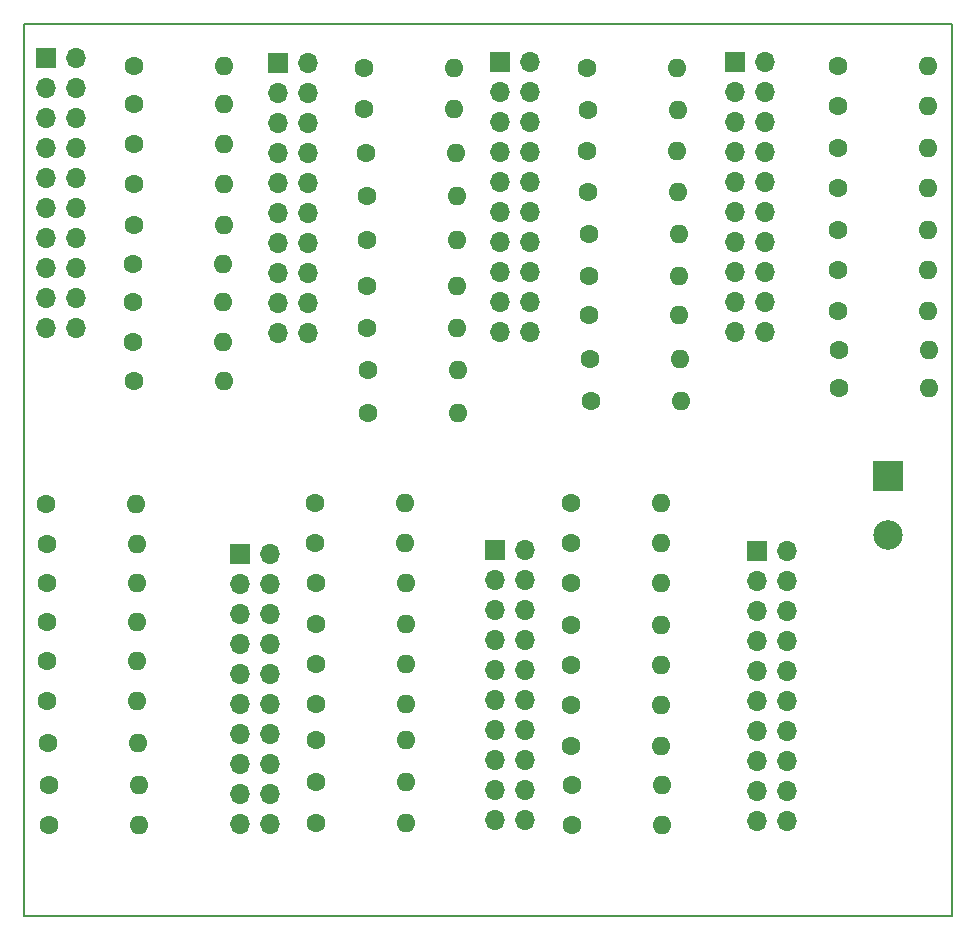
<source format=gbr>
%TF.GenerationSoftware,KiCad,Pcbnew,7.0.1*%
%TF.CreationDate,2025-02-25T21:51:12-03:00*%
%TF.ProjectId,resistorDecade,72657369-7374-46f7-9244-65636164652e,rev?*%
%TF.SameCoordinates,Original*%
%TF.FileFunction,Copper,L1,Top*%
%TF.FilePolarity,Positive*%
%FSLAX46Y46*%
G04 Gerber Fmt 4.6, Leading zero omitted, Abs format (unit mm)*
G04 Created by KiCad (PCBNEW 7.0.1) date 2025-02-25 21:51:12*
%MOMM*%
%LPD*%
G01*
G04 APERTURE LIST*
%TA.AperFunction,NonConductor*%
%ADD10C,0.200000*%
%TD*%
%TA.AperFunction,ComponentPad*%
%ADD11C,1.600000*%
%TD*%
%TA.AperFunction,ComponentPad*%
%ADD12O,1.600000X1.600000*%
%TD*%
%TA.AperFunction,ComponentPad*%
%ADD13R,1.700000X1.700000*%
%TD*%
%TA.AperFunction,ComponentPad*%
%ADD14O,1.700000X1.700000*%
%TD*%
%TA.AperFunction,ComponentPad*%
%ADD15R,2.500000X2.500000*%
%TD*%
%TA.AperFunction,ComponentPad*%
%ADD16C,2.500000*%
%TD*%
G04 APERTURE END LIST*
D10*
X95000000Y-46100000D02*
X173500000Y-46100000D01*
X173500000Y-121700000D01*
X95000000Y-121700000D01*
X95000000Y-46100000D01*
D11*
%TO.P,R16,1*%
%TO.N,Net-(J2-Pin_16)*%
X123990000Y-71900000D03*
D12*
%TO.P,R16,2*%
%TO.N,Net-(J2-Pin_14)*%
X131610000Y-71900000D03*
%TD*%
D11*
%TO.P,R3,1*%
%TO.N,Net-(J9-Pin_8)*%
X104240000Y-56300000D03*
D12*
%TO.P,R3,2*%
%TO.N,Net-(J9-Pin_6)*%
X111860000Y-56300000D03*
%TD*%
D11*
%TO.P,R54,1*%
%TO.N,Net-(J6-Pin_19)*%
X119680000Y-113800000D03*
D12*
%TO.P,R54,2*%
%TO.N,Net-(J6-Pin_17)*%
X127300000Y-113800000D03*
%TD*%
D11*
%TO.P,R15,1*%
%TO.N,Net-(J2-Pin_14)*%
X123990000Y-68300000D03*
D12*
%TO.P,R15,2*%
%TO.N,Net-(J2-Pin_12)*%
X131610000Y-68300000D03*
%TD*%
D13*
%TO.P,J2,1,Pin_1*%
%TO.N,Net-(J2-Pin_1)*%
X116475000Y-49420000D03*
D14*
%TO.P,J2,2,Pin_2*%
%TO.N,Net-(J2-Pin_2)*%
X119015000Y-49420000D03*
%TO.P,J2,3,Pin_3*%
%TO.N,Net-(J2-Pin_1)*%
X116475000Y-51960000D03*
%TO.P,J2,4,Pin_4*%
%TO.N,Net-(J2-Pin_4)*%
X119015000Y-51960000D03*
%TO.P,J2,5,Pin_5*%
%TO.N,Net-(J2-Pin_1)*%
X116475000Y-54500000D03*
%TO.P,J2,6,Pin_6*%
%TO.N,Net-(J2-Pin_6)*%
X119015000Y-54500000D03*
%TO.P,J2,7,Pin_7*%
%TO.N,Net-(J2-Pin_1)*%
X116475000Y-57040000D03*
%TO.P,J2,8,Pin_8*%
%TO.N,Net-(J2-Pin_8)*%
X119015000Y-57040000D03*
%TO.P,J2,9,Pin_9*%
%TO.N,Net-(J2-Pin_1)*%
X116475000Y-59580000D03*
%TO.P,J2,10,Pin_10*%
%TO.N,Net-(J2-Pin_10)*%
X119015000Y-59580000D03*
%TO.P,J2,11,Pin_11*%
%TO.N,Net-(J2-Pin_1)*%
X116475000Y-62120000D03*
%TO.P,J2,12,Pin_12*%
%TO.N,Net-(J2-Pin_12)*%
X119015000Y-62120000D03*
%TO.P,J2,13,Pin_13*%
%TO.N,Net-(J2-Pin_1)*%
X116475000Y-64660000D03*
%TO.P,J2,14,Pin_14*%
%TO.N,Net-(J2-Pin_14)*%
X119015000Y-64660000D03*
%TO.P,J2,15,Pin_15*%
%TO.N,Net-(J2-Pin_1)*%
X116475000Y-67200000D03*
%TO.P,J2,16,Pin_16*%
%TO.N,Net-(J2-Pin_16)*%
X119015000Y-67200000D03*
%TO.P,J2,17,Pin_17*%
%TO.N,Net-(J2-Pin_1)*%
X116475000Y-69740000D03*
%TO.P,J2,18,Pin_18*%
%TO.N,Net-(J2-Pin_18)*%
X119015000Y-69740000D03*
%TO.P,J2,19,Pin_19*%
%TO.N,Net-(J2-Pin_1)*%
X116475000Y-72280000D03*
%TO.P,J2,20,Pin_20*%
%TO.N,Net-(J2-Pin_20)*%
X119015000Y-72280000D03*
%TD*%
D11*
%TO.P,R13,1*%
%TO.N,Net-(J2-Pin_10)*%
X123990000Y-60700000D03*
D12*
%TO.P,R13,2*%
%TO.N,Net-(J2-Pin_8)*%
X131610000Y-60700000D03*
%TD*%
D11*
%TO.P,R1,1*%
%TO.N,Net-(J9-Pin_4)*%
X104240000Y-49670000D03*
D12*
%TO.P,R1,2*%
%TO.N,Net-(J1-Pin_1)*%
X111860000Y-49670000D03*
%TD*%
D11*
%TO.P,R29,1*%
%TO.N,Net-(J4-Pin_6)*%
X163880000Y-53100000D03*
D12*
%TO.P,R29,2*%
%TO.N,Net-(J4-Pin_4)*%
X171500000Y-53100000D03*
%TD*%
D11*
%TO.P,R36,1*%
%TO.N,Net-(J4-Pin_20)*%
X163980000Y-77000000D03*
D12*
%TO.P,R36,2*%
%TO.N,Net-(J4-Pin_18)*%
X171600000Y-77000000D03*
%TD*%
D11*
%TO.P,R46,1*%
%TO.N,Net-(J6-Pin_3)*%
X119580000Y-86700000D03*
D12*
%TO.P,R46,2*%
%TO.N,Net-(J6-Pin_1)*%
X127200000Y-86700000D03*
%TD*%
D11*
%TO.P,R63,1*%
%TO.N,Net-(J7-Pin_19)*%
X141380000Y-114000000D03*
D12*
%TO.P,R63,2*%
%TO.N,Net-(J7-Pin_17)*%
X149000000Y-114000000D03*
%TD*%
D11*
%TO.P,R28,1*%
%TO.N,Net-(J4-Pin_4)*%
X163870000Y-49675000D03*
D12*
%TO.P,R28,2*%
%TO.N,Net-(J4-Pin_2)*%
X171490000Y-49675000D03*
%TD*%
D11*
%TO.P,R56,1*%
%TO.N,Net-(J7-Pin_5)*%
X141280000Y-90100000D03*
D12*
%TO.P,R56,2*%
%TO.N,Net-(J7-Pin_3)*%
X148900000Y-90100000D03*
%TD*%
D11*
%TO.P,R43,1*%
%TO.N,Net-(J5-Pin_15)*%
X96980000Y-107000000D03*
D12*
%TO.P,R43,2*%
%TO.N,Net-(J5-Pin_13)*%
X104600000Y-107000000D03*
%TD*%
D11*
%TO.P,R2,1*%
%TO.N,Net-(J9-Pin_6)*%
X104240000Y-52900000D03*
D12*
%TO.P,R2,2*%
%TO.N,Net-(J9-Pin_4)*%
X111860000Y-52900000D03*
%TD*%
D11*
%TO.P,R4,1*%
%TO.N,Net-(J9-Pin_10)*%
X104240000Y-59700000D03*
D12*
%TO.P,R4,2*%
%TO.N,Net-(J9-Pin_8)*%
X111860000Y-59700000D03*
%TD*%
D11*
%TO.P,R32,1*%
%TO.N,Net-(J4-Pin_12)*%
X163880000Y-63600000D03*
D12*
%TO.P,R32,2*%
%TO.N,Net-(J4-Pin_10)*%
X171500000Y-63600000D03*
%TD*%
D11*
%TO.P,R58,1*%
%TO.N,Net-(J7-Pin_9)*%
X141305000Y-97000000D03*
D12*
%TO.P,R58,2*%
%TO.N,Net-(J7-Pin_7)*%
X148925000Y-97000000D03*
%TD*%
D11*
%TO.P,R19,1*%
%TO.N,Net-(J3-Pin_4)*%
X142640000Y-49875000D03*
D12*
%TO.P,R19,2*%
%TO.N,Net-(J2-Pin_1)*%
X150260000Y-49875000D03*
%TD*%
D11*
%TO.P,R6,1*%
%TO.N,Net-(J9-Pin_14)*%
X104180000Y-66500000D03*
D12*
%TO.P,R6,2*%
%TO.N,Net-(J9-Pin_12)*%
X111800000Y-66500000D03*
%TD*%
D11*
%TO.P,R24,1*%
%TO.N,Net-(J3-Pin_14)*%
X142780000Y-67500000D03*
D12*
%TO.P,R24,2*%
%TO.N,Net-(J3-Pin_12)*%
X150400000Y-67500000D03*
%TD*%
D11*
%TO.P,R57,1*%
%TO.N,Net-(J7-Pin_7)*%
X141280000Y-93500000D03*
D12*
%TO.P,R57,2*%
%TO.N,Net-(J7-Pin_5)*%
X148900000Y-93500000D03*
%TD*%
D15*
%TO.P,J1,1,Pin_1*%
%TO.N,Net-(J1-Pin_1)*%
X168100000Y-84400000D03*
D16*
%TO.P,J1,2,Pin_2*%
%TO.N,Net-(J1-Pin_2)*%
X168100000Y-89400000D03*
%TD*%
D11*
%TO.P,R7,1*%
%TO.N,Net-(J9-Pin_16)*%
X104180000Y-69700000D03*
D12*
%TO.P,R7,2*%
%TO.N,Net-(J9-Pin_14)*%
X111800000Y-69700000D03*
%TD*%
D11*
%TO.P,R44,1*%
%TO.N,Net-(J5-Pin_17)*%
X97080000Y-110600000D03*
D12*
%TO.P,R44,2*%
%TO.N,Net-(J5-Pin_15)*%
X104700000Y-110600000D03*
%TD*%
D11*
%TO.P,R59,1*%
%TO.N,Net-(J7-Pin_11)*%
X141280000Y-100400000D03*
D12*
%TO.P,R59,2*%
%TO.N,Net-(J7-Pin_9)*%
X148900000Y-100400000D03*
%TD*%
D11*
%TO.P,R39,1*%
%TO.N,Net-(J5-Pin_7)*%
X96880000Y-93500000D03*
D12*
%TO.P,R39,2*%
%TO.N,Net-(J5-Pin_5)*%
X104500000Y-93500000D03*
%TD*%
D11*
%TO.P,R37,1*%
%TO.N,Net-(J5-Pin_3)*%
X96830000Y-86810000D03*
D12*
%TO.P,R37,2*%
%TO.N,Net-(J5-Pin_1)*%
X104450000Y-86810000D03*
%TD*%
D11*
%TO.P,R17,1*%
%TO.N,Net-(J2-Pin_18)*%
X124090000Y-75400000D03*
D12*
%TO.P,R17,2*%
%TO.N,Net-(J2-Pin_16)*%
X131710000Y-75400000D03*
%TD*%
D11*
%TO.P,R38,1*%
%TO.N,Net-(J5-Pin_5)*%
X96880000Y-90200000D03*
D12*
%TO.P,R38,2*%
%TO.N,Net-(J5-Pin_3)*%
X104500000Y-90200000D03*
%TD*%
D11*
%TO.P,R33,1*%
%TO.N,Net-(J4-Pin_14)*%
X163880000Y-67000000D03*
D12*
%TO.P,R33,2*%
%TO.N,Net-(J4-Pin_12)*%
X171500000Y-67000000D03*
%TD*%
D11*
%TO.P,R18,1*%
%TO.N,Net-(J2-Pin_20)*%
X124090000Y-79100000D03*
D12*
%TO.P,R18,2*%
%TO.N,Net-(J2-Pin_18)*%
X131710000Y-79100000D03*
%TD*%
D11*
%TO.P,R31,1*%
%TO.N,Net-(J4-Pin_10)*%
X163870000Y-60000000D03*
D12*
%TO.P,R31,2*%
%TO.N,Net-(J4-Pin_8)*%
X171490000Y-60000000D03*
%TD*%
D11*
%TO.P,R10,1*%
%TO.N,Net-(J2-Pin_4)*%
X123730000Y-49880000D03*
D12*
%TO.P,R10,2*%
%TO.N,Net-(J2-Pin_2)*%
X131350000Y-49880000D03*
%TD*%
D11*
%TO.P,R48,1*%
%TO.N,Net-(J6-Pin_7)*%
X119680000Y-93500000D03*
D12*
%TO.P,R48,2*%
%TO.N,Net-(J6-Pin_5)*%
X127300000Y-93500000D03*
%TD*%
D11*
%TO.P,R51,1*%
%TO.N,Net-(J6-Pin_13)*%
X119680000Y-103700000D03*
D12*
%TO.P,R51,2*%
%TO.N,Net-(J6-Pin_11)*%
X127300000Y-103700000D03*
%TD*%
D11*
%TO.P,R26,1*%
%TO.N,Net-(J3-Pin_18)*%
X142890000Y-74500000D03*
D12*
%TO.P,R26,2*%
%TO.N,Net-(J3-Pin_16)*%
X150510000Y-74500000D03*
%TD*%
D13*
%TO.P,J4,1,Pin_1*%
%TO.N,Net-(J3-Pin_1)*%
X155175000Y-49350000D03*
D14*
%TO.P,J4,2,Pin_2*%
%TO.N,Net-(J4-Pin_2)*%
X157715000Y-49350000D03*
%TO.P,J4,3,Pin_3*%
%TO.N,Net-(J3-Pin_1)*%
X155175000Y-51890000D03*
%TO.P,J4,4,Pin_4*%
%TO.N,Net-(J4-Pin_4)*%
X157715000Y-51890000D03*
%TO.P,J4,5,Pin_5*%
%TO.N,Net-(J3-Pin_1)*%
X155175000Y-54430000D03*
%TO.P,J4,6,Pin_6*%
%TO.N,Net-(J4-Pin_6)*%
X157715000Y-54430000D03*
%TO.P,J4,7,Pin_7*%
%TO.N,Net-(J3-Pin_1)*%
X155175000Y-56970000D03*
%TO.P,J4,8,Pin_8*%
%TO.N,Net-(J4-Pin_8)*%
X157715000Y-56970000D03*
%TO.P,J4,9,Pin_9*%
%TO.N,Net-(J3-Pin_1)*%
X155175000Y-59510000D03*
%TO.P,J4,10,Pin_10*%
%TO.N,Net-(J4-Pin_10)*%
X157715000Y-59510000D03*
%TO.P,J4,11,Pin_11*%
%TO.N,Net-(J3-Pin_1)*%
X155175000Y-62050000D03*
%TO.P,J4,12,Pin_12*%
%TO.N,Net-(J4-Pin_12)*%
X157715000Y-62050000D03*
%TO.P,J4,13,Pin_13*%
%TO.N,Net-(J3-Pin_1)*%
X155175000Y-64590000D03*
%TO.P,J4,14,Pin_14*%
%TO.N,Net-(J4-Pin_14)*%
X157715000Y-64590000D03*
%TO.P,J4,15,Pin_15*%
%TO.N,Net-(J3-Pin_1)*%
X155175000Y-67130000D03*
%TO.P,J4,16,Pin_16*%
%TO.N,Net-(J4-Pin_16)*%
X157715000Y-67130000D03*
%TO.P,J4,17,Pin_17*%
%TO.N,Net-(J3-Pin_1)*%
X155175000Y-69670000D03*
%TO.P,J4,18,Pin_18*%
%TO.N,Net-(J4-Pin_18)*%
X157715000Y-69670000D03*
%TO.P,J4,19,Pin_19*%
%TO.N,Net-(J3-Pin_1)*%
X155175000Y-72210000D03*
%TO.P,J4,20,Pin_20*%
%TO.N,Net-(J4-Pin_20)*%
X157715000Y-72210000D03*
%TD*%
D11*
%TO.P,R20,1*%
%TO.N,Net-(J3-Pin_6)*%
X142680000Y-53400000D03*
D12*
%TO.P,R20,2*%
%TO.N,Net-(J3-Pin_4)*%
X150300000Y-53400000D03*
%TD*%
D11*
%TO.P,R61,1*%
%TO.N,Net-(J7-Pin_15)*%
X141305000Y-107300000D03*
D12*
%TO.P,R61,2*%
%TO.N,Net-(J7-Pin_13)*%
X148925000Y-107300000D03*
%TD*%
D13*
%TO.P,J6,1,Pin_1*%
%TO.N,Net-(J6-Pin_1)*%
X134860000Y-90640000D03*
D14*
%TO.P,J6,2,Pin_2*%
%TO.N,Net-(J5-Pin_1)*%
X137400000Y-90640000D03*
%TO.P,J6,3,Pin_3*%
%TO.N,Net-(J6-Pin_3)*%
X134860000Y-93180000D03*
%TO.P,J6,4,Pin_4*%
%TO.N,Net-(J5-Pin_1)*%
X137400000Y-93180000D03*
%TO.P,J6,5,Pin_5*%
%TO.N,Net-(J6-Pin_5)*%
X134860000Y-95720000D03*
%TO.P,J6,6,Pin_6*%
%TO.N,Net-(J5-Pin_1)*%
X137400000Y-95720000D03*
%TO.P,J6,7,Pin_7*%
%TO.N,Net-(J6-Pin_7)*%
X134860000Y-98260000D03*
%TO.P,J6,8,Pin_8*%
%TO.N,Net-(J5-Pin_1)*%
X137400000Y-98260000D03*
%TO.P,J6,9,Pin_9*%
%TO.N,Net-(J6-Pin_9)*%
X134860000Y-100800000D03*
%TO.P,J6,10,Pin_10*%
%TO.N,Net-(J5-Pin_1)*%
X137400000Y-100800000D03*
%TO.P,J6,11,Pin_11*%
%TO.N,Net-(J6-Pin_11)*%
X134860000Y-103340000D03*
%TO.P,J6,12,Pin_12*%
%TO.N,Net-(J5-Pin_1)*%
X137400000Y-103340000D03*
%TO.P,J6,13,Pin_13*%
%TO.N,Net-(J6-Pin_13)*%
X134860000Y-105880000D03*
%TO.P,J6,14,Pin_14*%
%TO.N,Net-(J5-Pin_1)*%
X137400000Y-105880000D03*
%TO.P,J6,15,Pin_15*%
%TO.N,Net-(J6-Pin_15)*%
X134860000Y-108420000D03*
%TO.P,J6,16,Pin_16*%
%TO.N,Net-(J5-Pin_1)*%
X137400000Y-108420000D03*
%TO.P,J6,17,Pin_17*%
%TO.N,Net-(J6-Pin_17)*%
X134860000Y-110960000D03*
%TO.P,J6,18,Pin_18*%
%TO.N,Net-(J5-Pin_1)*%
X137400000Y-110960000D03*
%TO.P,J6,19,Pin_19*%
%TO.N,Net-(J6-Pin_19)*%
X134860000Y-113500000D03*
%TO.P,J6,20,Pin_20*%
%TO.N,Net-(J5-Pin_1)*%
X137400000Y-113500000D03*
%TD*%
D11*
%TO.P,R25,1*%
%TO.N,Net-(J3-Pin_16)*%
X142790000Y-70800000D03*
D12*
%TO.P,R25,2*%
%TO.N,Net-(J3-Pin_14)*%
X150410000Y-70800000D03*
%TD*%
D11*
%TO.P,R8,1*%
%TO.N,Net-(J9-Pin_18)*%
X104180000Y-73100000D03*
D12*
%TO.P,R8,2*%
%TO.N,Net-(J9-Pin_16)*%
X111800000Y-73100000D03*
%TD*%
D11*
%TO.P,R11,1*%
%TO.N,Net-(J2-Pin_6)*%
X123780000Y-53300000D03*
D12*
%TO.P,R11,2*%
%TO.N,Net-(J2-Pin_4)*%
X131400000Y-53300000D03*
%TD*%
D11*
%TO.P,R23,1*%
%TO.N,Net-(J3-Pin_12)*%
X142780000Y-63900000D03*
D12*
%TO.P,R23,2*%
%TO.N,Net-(J3-Pin_10)*%
X150400000Y-63900000D03*
%TD*%
D13*
%TO.P,J5,1,Pin_1*%
%TO.N,Net-(J5-Pin_1)*%
X113260000Y-91000000D03*
D14*
%TO.P,J5,2,Pin_2*%
%TO.N,Net-(J4-Pin_2)*%
X115800000Y-91000000D03*
%TO.P,J5,3,Pin_3*%
%TO.N,Net-(J5-Pin_3)*%
X113260000Y-93540000D03*
%TO.P,J5,4,Pin_4*%
%TO.N,Net-(J4-Pin_2)*%
X115800000Y-93540000D03*
%TO.P,J5,5,Pin_5*%
%TO.N,Net-(J5-Pin_5)*%
X113260000Y-96080000D03*
%TO.P,J5,6,Pin_6*%
%TO.N,Net-(J4-Pin_2)*%
X115800000Y-96080000D03*
%TO.P,J5,7,Pin_7*%
%TO.N,Net-(J5-Pin_7)*%
X113260000Y-98620000D03*
%TO.P,J5,8,Pin_8*%
%TO.N,Net-(J4-Pin_2)*%
X115800000Y-98620000D03*
%TO.P,J5,9,Pin_9*%
%TO.N,Net-(J5-Pin_9)*%
X113260000Y-101160000D03*
%TO.P,J5,10,Pin_10*%
%TO.N,Net-(J4-Pin_2)*%
X115800000Y-101160000D03*
%TO.P,J5,11,Pin_11*%
%TO.N,Net-(J5-Pin_11)*%
X113260000Y-103700000D03*
%TO.P,J5,12,Pin_12*%
%TO.N,Net-(J4-Pin_2)*%
X115800000Y-103700000D03*
%TO.P,J5,13,Pin_13*%
%TO.N,Net-(J5-Pin_13)*%
X113260000Y-106240000D03*
%TO.P,J5,14,Pin_14*%
%TO.N,Net-(J4-Pin_2)*%
X115800000Y-106240000D03*
%TO.P,J5,15,Pin_15*%
%TO.N,Net-(J5-Pin_15)*%
X113260000Y-108780000D03*
%TO.P,J5,16,Pin_16*%
%TO.N,Net-(J4-Pin_2)*%
X115800000Y-108780000D03*
%TO.P,J5,17,Pin_17*%
%TO.N,Net-(J5-Pin_17)*%
X113260000Y-111320000D03*
%TO.P,J5,18,Pin_18*%
%TO.N,Net-(J4-Pin_2)*%
X115800000Y-111320000D03*
%TO.P,J5,19,Pin_19*%
%TO.N,Net-(J5-Pin_19)*%
X113260000Y-113860000D03*
%TO.P,J5,20,Pin_20*%
%TO.N,Net-(J4-Pin_2)*%
X115800000Y-113860000D03*
%TD*%
D11*
%TO.P,R5,1*%
%TO.N,Net-(J9-Pin_12)*%
X104240000Y-63200000D03*
D12*
%TO.P,R5,2*%
%TO.N,Net-(J9-Pin_10)*%
X111860000Y-63200000D03*
%TD*%
D11*
%TO.P,R55,1*%
%TO.N,Net-(J7-Pin_3)*%
X141280000Y-86700000D03*
D12*
%TO.P,R55,2*%
%TO.N,Net-(J1-Pin_2)*%
X148900000Y-86700000D03*
%TD*%
D11*
%TO.P,R30,1*%
%TO.N,Net-(J4-Pin_8)*%
X163870000Y-56600000D03*
D12*
%TO.P,R30,2*%
%TO.N,Net-(J4-Pin_6)*%
X171490000Y-56600000D03*
%TD*%
D11*
%TO.P,R22,1*%
%TO.N,Net-(J3-Pin_10)*%
X142690000Y-60400000D03*
D12*
%TO.P,R22,2*%
%TO.N,Net-(J3-Pin_8)*%
X150310000Y-60400000D03*
%TD*%
D11*
%TO.P,R41,1*%
%TO.N,Net-(J5-Pin_11)*%
X96880000Y-100100000D03*
D12*
%TO.P,R41,2*%
%TO.N,Net-(J5-Pin_9)*%
X104500000Y-100100000D03*
%TD*%
D11*
%TO.P,R62,1*%
%TO.N,Net-(J7-Pin_17)*%
X141380000Y-110600000D03*
D12*
%TO.P,R62,2*%
%TO.N,Net-(J7-Pin_15)*%
X149000000Y-110600000D03*
%TD*%
D11*
%TO.P,R53,1*%
%TO.N,Net-(J6-Pin_17)*%
X119680000Y-110300000D03*
D12*
%TO.P,R53,2*%
%TO.N,Net-(J6-Pin_15)*%
X127300000Y-110300000D03*
%TD*%
D11*
%TO.P,R60,1*%
%TO.N,Net-(J7-Pin_13)*%
X141280000Y-103800000D03*
D12*
%TO.P,R60,2*%
%TO.N,Net-(J7-Pin_11)*%
X148900000Y-103800000D03*
%TD*%
D11*
%TO.P,R35,1*%
%TO.N,Net-(J4-Pin_18)*%
X163980000Y-73700000D03*
D12*
%TO.P,R35,2*%
%TO.N,Net-(J4-Pin_16)*%
X171600000Y-73700000D03*
%TD*%
D11*
%TO.P,R42,1*%
%TO.N,Net-(J5-Pin_13)*%
X96880000Y-103500000D03*
D12*
%TO.P,R42,2*%
%TO.N,Net-(J5-Pin_11)*%
X104500000Y-103500000D03*
%TD*%
D11*
%TO.P,R40,1*%
%TO.N,Net-(J5-Pin_9)*%
X96880000Y-96800000D03*
D12*
%TO.P,R40,2*%
%TO.N,Net-(J5-Pin_7)*%
X104500000Y-96800000D03*
%TD*%
D11*
%TO.P,R49,1*%
%TO.N,Net-(J6-Pin_9)*%
X119680000Y-96900000D03*
D12*
%TO.P,R49,2*%
%TO.N,Net-(J6-Pin_7)*%
X127300000Y-96900000D03*
%TD*%
D11*
%TO.P,R47,1*%
%TO.N,Net-(J6-Pin_5)*%
X119580000Y-90100000D03*
D12*
%TO.P,R47,2*%
%TO.N,Net-(J6-Pin_3)*%
X127200000Y-90100000D03*
%TD*%
D11*
%TO.P,R52,1*%
%TO.N,Net-(J6-Pin_15)*%
X119680000Y-106800000D03*
D12*
%TO.P,R52,2*%
%TO.N,Net-(J6-Pin_13)*%
X127300000Y-106800000D03*
%TD*%
D11*
%TO.P,R45,1*%
%TO.N,Net-(J5-Pin_19)*%
X97080000Y-114000000D03*
D12*
%TO.P,R45,2*%
%TO.N,Net-(J5-Pin_17)*%
X104700000Y-114000000D03*
%TD*%
D11*
%TO.P,R9,1*%
%TO.N,Net-(J9-Pin_20)*%
X104280000Y-76400000D03*
D12*
%TO.P,R9,2*%
%TO.N,Net-(J9-Pin_18)*%
X111900000Y-76400000D03*
%TD*%
D11*
%TO.P,R21,1*%
%TO.N,Net-(J3-Pin_8)*%
X142640000Y-56900000D03*
D12*
%TO.P,R21,2*%
%TO.N,Net-(J3-Pin_6)*%
X150260000Y-56900000D03*
%TD*%
D11*
%TO.P,R34,1*%
%TO.N,Net-(J4-Pin_16)*%
X163870000Y-70400000D03*
D12*
%TO.P,R34,2*%
%TO.N,Net-(J4-Pin_14)*%
X171490000Y-70400000D03*
%TD*%
D13*
%TO.P,J3,1,Pin_1*%
%TO.N,Net-(J3-Pin_1)*%
X135225000Y-49400000D03*
D14*
%TO.P,J3,2,Pin_2*%
%TO.N,Net-(J2-Pin_1)*%
X137765000Y-49400000D03*
%TO.P,J3,3,Pin_3*%
%TO.N,Net-(J3-Pin_1)*%
X135225000Y-51940000D03*
%TO.P,J3,4,Pin_4*%
%TO.N,Net-(J3-Pin_4)*%
X137765000Y-51940000D03*
%TO.P,J3,5,Pin_5*%
%TO.N,Net-(J3-Pin_1)*%
X135225000Y-54480000D03*
%TO.P,J3,6,Pin_6*%
%TO.N,Net-(J3-Pin_6)*%
X137765000Y-54480000D03*
%TO.P,J3,7,Pin_7*%
%TO.N,Net-(J3-Pin_1)*%
X135225000Y-57020000D03*
%TO.P,J3,8,Pin_8*%
%TO.N,Net-(J3-Pin_8)*%
X137765000Y-57020000D03*
%TO.P,J3,9,Pin_9*%
%TO.N,Net-(J3-Pin_1)*%
X135225000Y-59560000D03*
%TO.P,J3,10,Pin_10*%
%TO.N,Net-(J3-Pin_10)*%
X137765000Y-59560000D03*
%TO.P,J3,11,Pin_11*%
%TO.N,Net-(J3-Pin_1)*%
X135225000Y-62100000D03*
%TO.P,J3,12,Pin_12*%
%TO.N,Net-(J3-Pin_12)*%
X137765000Y-62100000D03*
%TO.P,J3,13,Pin_13*%
%TO.N,Net-(J3-Pin_1)*%
X135225000Y-64640000D03*
%TO.P,J3,14,Pin_14*%
%TO.N,Net-(J3-Pin_14)*%
X137765000Y-64640000D03*
%TO.P,J3,15,Pin_15*%
%TO.N,Net-(J3-Pin_1)*%
X135225000Y-67180000D03*
%TO.P,J3,16,Pin_16*%
%TO.N,Net-(J3-Pin_16)*%
X137765000Y-67180000D03*
%TO.P,J3,17,Pin_17*%
%TO.N,Net-(J3-Pin_1)*%
X135225000Y-69720000D03*
%TO.P,J3,18,Pin_18*%
%TO.N,Net-(J3-Pin_18)*%
X137765000Y-69720000D03*
%TO.P,J3,19,Pin_19*%
%TO.N,Net-(J3-Pin_1)*%
X135225000Y-72260000D03*
%TO.P,J3,20,Pin_20*%
%TO.N,Net-(J3-Pin_20)*%
X137765000Y-72260000D03*
%TD*%
D11*
%TO.P,R14,1*%
%TO.N,Net-(J2-Pin_12)*%
X123990000Y-64400000D03*
D12*
%TO.P,R14,2*%
%TO.N,Net-(J2-Pin_10)*%
X131610000Y-64400000D03*
%TD*%
D11*
%TO.P,R50,1*%
%TO.N,Net-(J6-Pin_11)*%
X119680000Y-100300000D03*
D12*
%TO.P,R50,2*%
%TO.N,Net-(J6-Pin_9)*%
X127300000Y-100300000D03*
%TD*%
D13*
%TO.P,J9,1,Pin_1*%
%TO.N,Net-(J2-Pin_2)*%
X96825000Y-49050000D03*
D14*
%TO.P,J9,2,Pin_2*%
%TO.N,Net-(J1-Pin_1)*%
X99365000Y-49050000D03*
%TO.P,J9,3,Pin_3*%
%TO.N,Net-(J2-Pin_2)*%
X96825000Y-51590000D03*
%TO.P,J9,4,Pin_4*%
%TO.N,Net-(J9-Pin_4)*%
X99365000Y-51590000D03*
%TO.P,J9,5,Pin_5*%
%TO.N,Net-(J2-Pin_2)*%
X96825000Y-54130000D03*
%TO.P,J9,6,Pin_6*%
%TO.N,Net-(J9-Pin_6)*%
X99365000Y-54130000D03*
%TO.P,J9,7,Pin_7*%
%TO.N,Net-(J2-Pin_2)*%
X96825000Y-56670000D03*
%TO.P,J9,8,Pin_8*%
%TO.N,Net-(J9-Pin_8)*%
X99365000Y-56670000D03*
%TO.P,J9,9,Pin_9*%
%TO.N,Net-(J2-Pin_2)*%
X96825000Y-59210000D03*
%TO.P,J9,10,Pin_10*%
%TO.N,Net-(J9-Pin_10)*%
X99365000Y-59210000D03*
%TO.P,J9,11,Pin_11*%
%TO.N,Net-(J2-Pin_2)*%
X96825000Y-61750000D03*
%TO.P,J9,12,Pin_12*%
%TO.N,Net-(J9-Pin_12)*%
X99365000Y-61750000D03*
%TO.P,J9,13,Pin_13*%
%TO.N,Net-(J2-Pin_2)*%
X96825000Y-64290000D03*
%TO.P,J9,14,Pin_14*%
%TO.N,Net-(J9-Pin_14)*%
X99365000Y-64290000D03*
%TO.P,J9,15,Pin_15*%
%TO.N,Net-(J2-Pin_2)*%
X96825000Y-66830000D03*
%TO.P,J9,16,Pin_16*%
%TO.N,Net-(J9-Pin_16)*%
X99365000Y-66830000D03*
%TO.P,J9,17,Pin_17*%
%TO.N,Net-(J2-Pin_2)*%
X96825000Y-69370000D03*
%TO.P,J9,18,Pin_18*%
%TO.N,Net-(J9-Pin_18)*%
X99365000Y-69370000D03*
%TO.P,J9,19,Pin_19*%
%TO.N,Net-(J2-Pin_2)*%
X96825000Y-71910000D03*
%TO.P,J9,20,Pin_20*%
%TO.N,Net-(J9-Pin_20)*%
X99365000Y-71910000D03*
%TD*%
D11*
%TO.P,R27,1*%
%TO.N,Net-(J3-Pin_20)*%
X142980000Y-78100000D03*
D12*
%TO.P,R27,2*%
%TO.N,Net-(J3-Pin_18)*%
X150600000Y-78100000D03*
%TD*%
D11*
%TO.P,R12,1*%
%TO.N,Net-(J2-Pin_8)*%
X123890000Y-57100000D03*
D12*
%TO.P,R12,2*%
%TO.N,Net-(J2-Pin_6)*%
X131510000Y-57100000D03*
%TD*%
D13*
%TO.P,J7,1,Pin_1*%
%TO.N,Net-(J1-Pin_2)*%
X157060000Y-90780000D03*
D14*
%TO.P,J7,2,Pin_2*%
%TO.N,Net-(J7-Pin_10)*%
X159600000Y-90780000D03*
%TO.P,J7,3,Pin_3*%
%TO.N,Net-(J7-Pin_3)*%
X157060000Y-93320000D03*
%TO.P,J7,4,Pin_4*%
%TO.N,Net-(J7-Pin_10)*%
X159600000Y-93320000D03*
%TO.P,J7,5,Pin_5*%
%TO.N,Net-(J7-Pin_5)*%
X157060000Y-95860000D03*
%TO.P,J7,6,Pin_6*%
%TO.N,Net-(J7-Pin_10)*%
X159600000Y-95860000D03*
%TO.P,J7,7,Pin_7*%
%TO.N,Net-(J7-Pin_7)*%
X157060000Y-98400000D03*
%TO.P,J7,8,Pin_8*%
%TO.N,Net-(J7-Pin_10)*%
X159600000Y-98400000D03*
%TO.P,J7,9,Pin_9*%
%TO.N,Net-(J7-Pin_9)*%
X157060000Y-100940000D03*
%TO.P,J7,10,Pin_10*%
%TO.N,Net-(J7-Pin_10)*%
X159600000Y-100940000D03*
%TO.P,J7,11,Pin_11*%
%TO.N,Net-(J7-Pin_11)*%
X157060000Y-103480000D03*
%TO.P,J7,12,Pin_12*%
%TO.N,Net-(J7-Pin_10)*%
X159600000Y-103480000D03*
%TO.P,J7,13,Pin_13*%
%TO.N,Net-(J7-Pin_13)*%
X157060000Y-106020000D03*
%TO.P,J7,14,Pin_14*%
%TO.N,Net-(J7-Pin_10)*%
X159600000Y-106020000D03*
%TO.P,J7,15,Pin_15*%
%TO.N,Net-(J7-Pin_15)*%
X157060000Y-108560000D03*
%TO.P,J7,16,Pin_16*%
%TO.N,Net-(J7-Pin_10)*%
X159600000Y-108560000D03*
%TO.P,J7,17,Pin_17*%
%TO.N,Net-(J7-Pin_17)*%
X157060000Y-111100000D03*
%TO.P,J7,18,Pin_18*%
%TO.N,Net-(J7-Pin_10)*%
X159600000Y-111100000D03*
%TO.P,J7,19,Pin_19*%
%TO.N,Net-(J7-Pin_19)*%
X157060000Y-113640000D03*
%TO.P,J7,20,Pin_20*%
%TO.N,Net-(J7-Pin_10)*%
X159600000Y-113640000D03*
%TD*%
M02*

</source>
